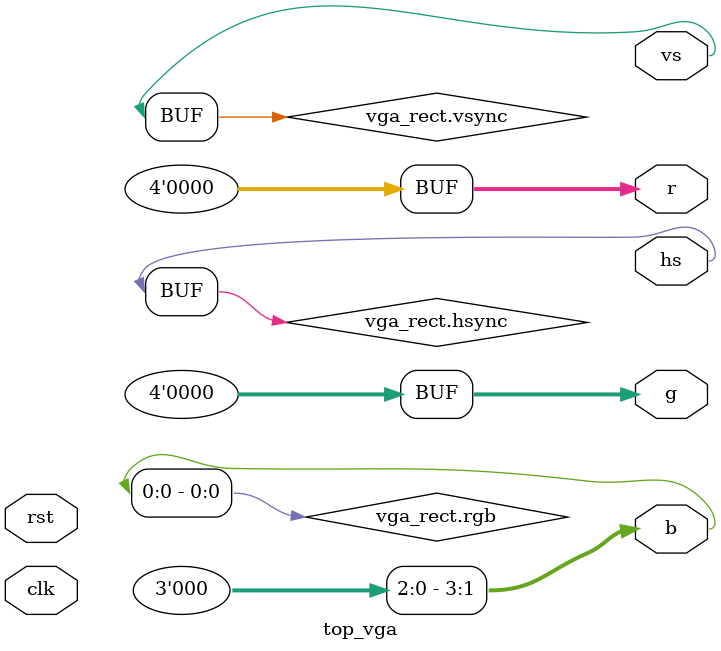
<source format=sv>
/**
 * San Jose State University
 * EE178 Lab #4
 * Author: prof. Eric Crabilla
 *
 * Modified by:
 * 2023  AGH University of Science and Technology
 * MTM UEC2
 * Piotr Kaczmarczyk
 *
 * Description:
 * The project top module.
 */

`timescale 1 ns / 1 ps

module top_vga (
    input  logic clk,
    input  logic rst,
    output logic vs,
    output logic hs,
    output logic [3:0] r,
    output logic [3:0] g,
    output logic [3:0] b
);


/**
 * Local variables and signals
 */

// VGA signals from timing
 vga_if vga_tim();

// VGA signals from background
 vga_if vga_bg();

// VGA signals from background
 vga_if vga_rect();


/**
 * Signals assignments
 */

assign vs = vga_rect.vsync;
assign hs = vga_rect.hsync;
assign {r,g,b} = vga_rect.rgb;


/**
 * Submodules instances
 */

vga_timing u_vga_timing (
    .clk,
    .rst,
    .vga_out (vga_tim)

);

draw_bg u_draw_bg (
    .clk,
    .rst,
    .vga_in  (vga_tim),
    .vga_out (vga_bg)
  
);

draw_rect u_draw_rect (
    .clk,
    .rst,

    .vga_in  (vga_bg),
    .vga_out (vga_rect)
);

endmodule

</source>
